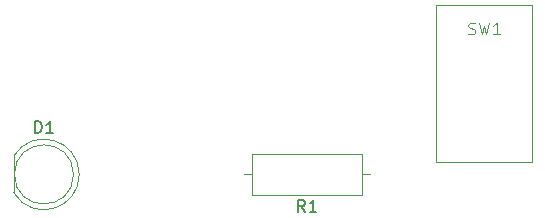
<source format=gbr>
%TF.GenerationSoftware,KiCad,Pcbnew,9.0.3*%
%TF.CreationDate,2025-08-13T01:37:56-04:00*%
%TF.ProjectId,getting-started,67657474-696e-4672-9d73-746172746564,1.0*%
%TF.SameCoordinates,Original*%
%TF.FileFunction,Legend,Top*%
%TF.FilePolarity,Positive*%
%FSLAX46Y46*%
G04 Gerber Fmt 4.6, Leading zero omitted, Abs format (unit mm)*
G04 Created by KiCad (PCBNEW 9.0.3) date 2025-08-13 01:37:56*
%MOMM*%
%LPD*%
G01*
G04 APERTURE LIST*
%ADD10C,0.150000*%
%ADD11C,0.100000*%
%ADD12C,0.120000*%
G04 APERTURE END LIST*
D10*
X140833333Y-105174819D02*
X140500000Y-104698628D01*
X140261905Y-105174819D02*
X140261905Y-104174819D01*
X140261905Y-104174819D02*
X140642857Y-104174819D01*
X140642857Y-104174819D02*
X140738095Y-104222438D01*
X140738095Y-104222438D02*
X140785714Y-104270057D01*
X140785714Y-104270057D02*
X140833333Y-104365295D01*
X140833333Y-104365295D02*
X140833333Y-104508152D01*
X140833333Y-104508152D02*
X140785714Y-104603390D01*
X140785714Y-104603390D02*
X140738095Y-104651009D01*
X140738095Y-104651009D02*
X140642857Y-104698628D01*
X140642857Y-104698628D02*
X140261905Y-104698628D01*
X141785714Y-105174819D02*
X141214286Y-105174819D01*
X141500000Y-105174819D02*
X141500000Y-104174819D01*
X141500000Y-104174819D02*
X141404762Y-104317676D01*
X141404762Y-104317676D02*
X141309524Y-104412914D01*
X141309524Y-104412914D02*
X141214286Y-104460533D01*
X117991905Y-98494819D02*
X117991905Y-97494819D01*
X117991905Y-97494819D02*
X118230000Y-97494819D01*
X118230000Y-97494819D02*
X118372857Y-97542438D01*
X118372857Y-97542438D02*
X118468095Y-97637676D01*
X118468095Y-97637676D02*
X118515714Y-97732914D01*
X118515714Y-97732914D02*
X118563333Y-97923390D01*
X118563333Y-97923390D02*
X118563333Y-98066247D01*
X118563333Y-98066247D02*
X118515714Y-98256723D01*
X118515714Y-98256723D02*
X118468095Y-98351961D01*
X118468095Y-98351961D02*
X118372857Y-98447200D01*
X118372857Y-98447200D02*
X118230000Y-98494819D01*
X118230000Y-98494819D02*
X117991905Y-98494819D01*
X119515714Y-98494819D02*
X118944286Y-98494819D01*
X119230000Y-98494819D02*
X119230000Y-97494819D01*
X119230000Y-97494819D02*
X119134762Y-97637676D01*
X119134762Y-97637676D02*
X119039524Y-97732914D01*
X119039524Y-97732914D02*
X118944286Y-97780533D01*
D11*
X154666667Y-90099800D02*
X154809524Y-90147419D01*
X154809524Y-90147419D02*
X155047619Y-90147419D01*
X155047619Y-90147419D02*
X155142857Y-90099800D01*
X155142857Y-90099800D02*
X155190476Y-90052180D01*
X155190476Y-90052180D02*
X155238095Y-89956942D01*
X155238095Y-89956942D02*
X155238095Y-89861704D01*
X155238095Y-89861704D02*
X155190476Y-89766466D01*
X155190476Y-89766466D02*
X155142857Y-89718847D01*
X155142857Y-89718847D02*
X155047619Y-89671228D01*
X155047619Y-89671228D02*
X154857143Y-89623609D01*
X154857143Y-89623609D02*
X154761905Y-89575990D01*
X154761905Y-89575990D02*
X154714286Y-89528371D01*
X154714286Y-89528371D02*
X154666667Y-89433133D01*
X154666667Y-89433133D02*
X154666667Y-89337895D01*
X154666667Y-89337895D02*
X154714286Y-89242657D01*
X154714286Y-89242657D02*
X154761905Y-89195038D01*
X154761905Y-89195038D02*
X154857143Y-89147419D01*
X154857143Y-89147419D02*
X155095238Y-89147419D01*
X155095238Y-89147419D02*
X155238095Y-89195038D01*
X155571429Y-89147419D02*
X155809524Y-90147419D01*
X155809524Y-90147419D02*
X156000000Y-89433133D01*
X156000000Y-89433133D02*
X156190476Y-90147419D01*
X156190476Y-90147419D02*
X156428572Y-89147419D01*
X157333333Y-90147419D02*
X156761905Y-90147419D01*
X157047619Y-90147419D02*
X157047619Y-89147419D01*
X157047619Y-89147419D02*
X156952381Y-89290276D01*
X156952381Y-89290276D02*
X156857143Y-89385514D01*
X156857143Y-89385514D02*
X156761905Y-89433133D01*
D12*
%TO.C,R1*%
X135690000Y-102000000D02*
X136380000Y-102000000D01*
X146310000Y-102000000D02*
X145620000Y-102000000D01*
X145620000Y-103720000D02*
X136380000Y-103720000D01*
X136380000Y-100280000D01*
X145620000Y-100280000D01*
X145620000Y-103720000D01*
%TO.C,D1*%
X116170000Y-100455000D02*
X116170000Y-103545000D01*
X116170000Y-100455170D02*
G75*
G02*
X121720000Y-102000000I2560000J-1544830D01*
G01*
X121720000Y-102000000D02*
G75*
G02*
X116170000Y-103544830I-2990000J0D01*
G01*
X121230000Y-102000000D02*
G75*
G02*
X116230000Y-102000000I-2500000J0D01*
G01*
X116230000Y-102000000D02*
G75*
G02*
X121230000Y-102000000I2500000J0D01*
G01*
D11*
%TO.C,SW1*%
X151940000Y-87690000D02*
X160060000Y-87690000D01*
X151940000Y-100910000D02*
X151940000Y-87690000D01*
X160060000Y-87690000D02*
X160060000Y-100910000D01*
X160060000Y-100910000D02*
X151940000Y-100910000D01*
%TD*%
M02*

</source>
